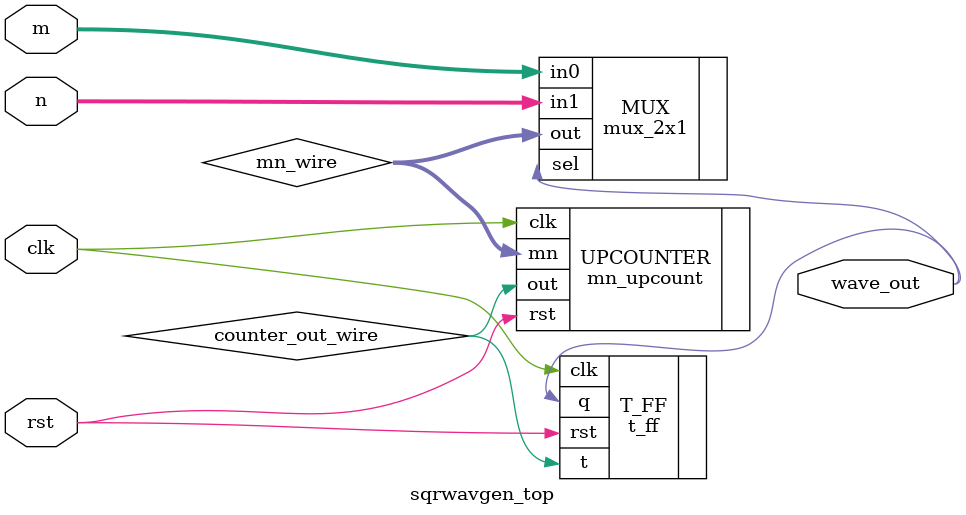
<source format=sv>
`timescale 1ns / 1ps


module sqrwavgen_top(
    input logic clk, rst,
    input logic [3:0] m,    // controls HIGH
    input logic [3:0] n,    // controls LOW
    output logic wave_out
    );
    
    logic [7:0] mn_wire;
    logic counter_out_wire;
    
    mux_2x1 MUX(
        .in0(m),
        .in1(n),
        .sel(wave_out),
        .out(mn_wire)
        );
    
    mn_upcount UPCOUNTER(
        .clk(clk),
        .rst(rst),
        .mn(mn_wire),
        .out(counter_out_wire)
        );
    
    t_ff T_FF(
        .clk(clk),
        .rst(rst),
        .t(counter_out_wire),
        .q(wave_out)
        );
    
endmodule

</source>
